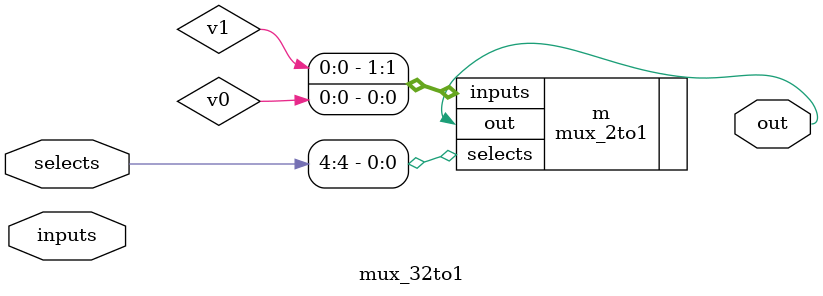
<source format=sv>
module mux_32to1(out, inputs, selects);
 output logic out;
 input logic [31:0] inputs;
 input logic [4:0] selects;

 logic [1:0] intermediate;

 mux_16to1 m0(.out(intermediate[0]), .inputs(inputs[15:0]), .selects(selects[3:0]));
 mux_16to1 m1(.out(intermediate[1]), .inputs(inputs[31:16]), .selects(selects[3:0]));
 mux_2to1 m (.out(out), .inputs({v1, v0}), .selects(selects[4]));
	 
endmodule
</source>
